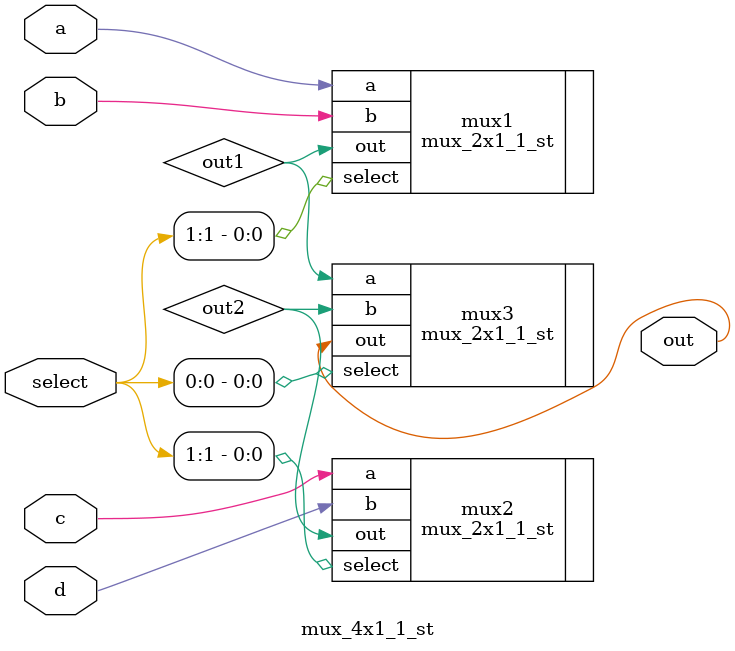
<source format=v>
`include "mux_2x1_1_st.v"

module mux_4x1_1_st(out, a, b, c, d, select);
    input a, b, c, d;
    input [1:0] select; //2-bitlik seçim bitleri
    output out;

    wire out1, out2;

    // first level 2x1 MUXes
    mux_2x1_1_st mux1( // mux1, a ve b girişlerini seçer
        .out(out1),
        .a(a),
        .b(b),
        .select(select[1])
    );

    mux_2x1_1_st mux2( // mux2, c ve d girişlerini seçer
        .out(out2),
        .a(c),
        .b(d),
        .select(select[1])
    );

    // second level 2x1 MUX
    mux_2x1_1_st mux3( // mux3, mux1 ve mux2 çıkışlarını seçer
        .out(out),
        .a(out1),
        .b(out2),
        .select(select[0])
    );
endmodule
</source>
